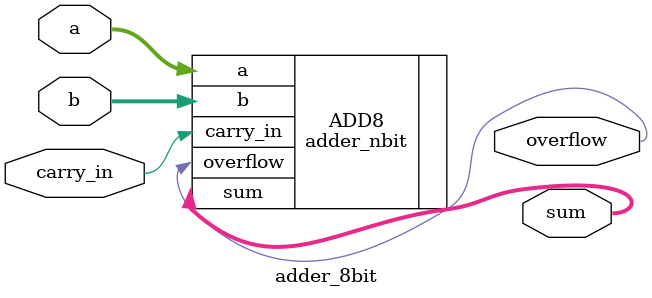
<source format=sv>

module adder_8bit
(
	input wire [7:0] a,
	input wire [7:0] b,
	input wire carry_in,
	output wire [7:0] sum,
	output wire overflow
);

	// STUDENT: Fill in the correct port map with parameter override syntax for using your n-bit ripple carry adder design to be an 8-bit ripple carry adder design

adder_nbit #(8) ADD8(.a(a), .b(b), .carry_in(carry_in), .sum(sum), .overflow(overflow));

endmodule

</source>
